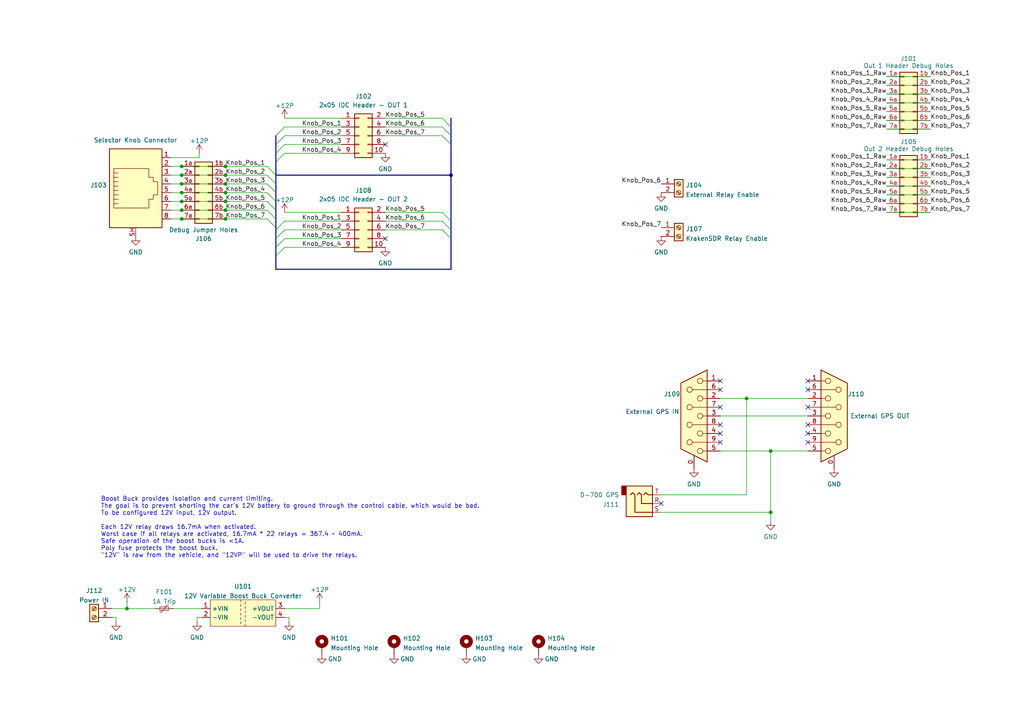
<source format=kicad_sch>
(kicad_sch (version 20211123) (generator eeschema)
  (paper "A4")
  (lib_symbols
    (symbol "Connector:AudioJack3"
      (property "Reference" "J" (at 0 8.89 0))
      (property "Value" "AudioJack3" (at 0 6.35 0))
      (symbol "AudioJack3_0_1"
        (rectangle (start -5.08 -5.08) (end -6.35 -2.54) (stroke (width 0.254)) (fill (type outline)))
        (polyline (pts (xy 0 -2.54) (xy 0.635 -3.175) (xy 1.27 -2.54) (xy 2.54 -2.54)) (stroke (width 0.254)))
        (polyline (pts (xy -1.905 -2.54) (xy -1.27 -3.175) (xy -0.635 -2.54) (xy -0.635 0) (xy 2.54 0)) (stroke (width 0.254)))
        (polyline (pts (xy 2.54 2.54) (xy -2.54 2.54) (xy -2.54 -2.54) (xy -3.175 -3.175) (xy -3.81 -2.54)) (stroke (width 0.254)))
        (rectangle (start 2.54 3.81) (end -5.08 -5.08) (stroke (width 0.254)) (fill (type background)))
      )
      (symbol "AudioJack3_1_1"
        (pin passive line (at 5.08 0 180) (length 2.54) (name "~") (number "R"))
        (pin passive line (at 5.08 2.54 180) (length 2.54) (name "~") (number "S"))
        (pin passive line (at 5.08 -2.54 180) (length 2.54) (name "~") (number "T"))
      )
    )
    (symbol "Connector:DB9_Female_MountingHoles" (pin_names (offset 1.016) hide)
      (property "Reference" "J" (at 0 16.51 0))
      (property "Value" "DB9_Female_MountingHoles" (at 0 14.605 0))
      (symbol "DB9_Female_MountingHoles_0_1"
        (circle (center -1.778 -10.16) (radius 0.762))
        (circle (center -1.778 -5.08) (radius 0.762))
        (circle (center -1.778 0) (radius 0.762))
        (circle (center -1.778 5.08) (radius 0.762))
        (circle (center -1.778 10.16) (radius 0.762))
        (polyline (pts (xy -3.81 -10.16) (xy -2.54 -10.16)))
        (polyline (pts (xy -3.81 -7.62) (xy 0.508 -7.62)))
        (polyline (pts (xy -3.81 -5.08) (xy -2.54 -5.08)))
        (polyline (pts (xy -3.81 -2.54) (xy 0.508 -2.54)))
        (polyline (pts (xy -3.81 0) (xy -2.54 0)))
        (polyline (pts (xy -3.81 2.54) (xy 0.508 2.54)))
        (polyline (pts (xy -3.81 5.08) (xy -2.54 5.08)))
        (polyline (pts (xy -3.81 7.62) (xy 0.508 7.62)))
        (polyline (pts (xy -3.81 10.16) (xy -2.54 10.16)))
        (polyline (pts (xy -3.81 13.335) (xy -3.81 -13.335) (xy 3.81 -9.525) (xy 3.81 9.525) (xy -3.81 13.335)) (stroke (width 0.254)) (fill (type background)))
        (circle (center 1.27 -7.62) (radius 0.762))
        (circle (center 1.27 -2.54) (radius 0.762))
        (circle (center 1.27 2.54) (radius 0.762))
        (circle (center 1.27 7.62) (radius 0.762))
      )
      (symbol "DB9_Female_MountingHoles_1_1"
        (pin passive line (at 0 -15.24 90) (length 3.81) (name "PAD") (number "0"))
        (pin passive line (at -7.62 10.16 0) (length 3.81) (name "1") (number "1"))
        (pin passive line (at -7.62 5.08 0) (length 3.81) (name "2") (number "2"))
        (pin passive line (at -7.62 0 0) (length 3.81) (name "3") (number "3"))
        (pin passive line (at -7.62 -5.08 0) (length 3.81) (name "4") (number "4"))
        (pin passive line (at -7.62 -10.16 0) (length 3.81) (name "5") (number "5"))
        (pin passive line (at -7.62 7.62 0) (length 3.81) (name "6") (number "6"))
        (pin passive line (at -7.62 2.54 0) (length 3.81) (name "7") (number "7"))
        (pin passive line (at -7.62 -2.54 0) (length 3.81) (name "8") (number "8"))
        (pin passive line (at -7.62 -7.62 0) (length 3.81) (name "9") (number "9"))
      )
    )
    (symbol "Connector:RJ32_Shielded" (pin_names (offset 1.016))
      (property "Reference" "J?" (at 0 16.6665 0))
      (property "Value" "Selector Knob Connector" (at 0 13.8914 0))
      (symbol "RJ32_Shielded_0_1"
        (polyline (pts (xy -5.08 4.445) (xy -6.35 4.445)))
        (polyline (pts (xy -5.08 5.715) (xy -6.35 5.715)))
        (polyline (pts (xy -6.35 -3.175) (xy -5.08 -3.175) (xy -5.08 -3.175)))
        (polyline (pts (xy -6.35 -1.905) (xy -5.08 -1.905) (xy -5.08 -1.905)))
        (polyline (pts (xy -6.35 -0.635) (xy -5.08 -0.635) (xy -5.08 -0.635)))
        (polyline (pts (xy -6.35 0.635) (xy -5.08 0.635) (xy -5.08 0.635)))
        (polyline (pts (xy -6.35 1.905) (xy -5.08 1.905) (xy -5.08 1.905)))
        (polyline (pts (xy -5.08 3.175) (xy -6.35 3.175) (xy -6.35 3.175)))
        (polyline (pts (xy -6.35 -4.445) (xy -6.35 6.985) (xy 3.81 6.985) (xy 3.81 4.445) (xy 5.08 4.445) (xy 5.08 3.175) (xy 6.35 3.175) (xy 6.35 -0.635) (xy 5.08 -0.635) (xy 5.08 -1.905) (xy 3.81 -1.905) (xy 3.81 -4.445) (xy -6.35 -4.445) (xy -6.35 -4.445)))
        (rectangle (start 7.62 12.7) (end -7.62 -10.16) (stroke (width 0.254)) (fill (type background)))
      )
      (symbol "RJ32_Shielded_1_1"
        (pin passive line (at 10.16 -7.62 180) (length 2.54) (name "~") (number "1"))
        (pin passive line (at 10.16 -5.08 180) (length 2.54) (name "~") (number "2"))
        (pin passive line (at 10.16 -2.54 180) (length 2.54) (name "~") (number "3"))
        (pin passive line (at 10.16 0 180) (length 2.54) (name "~") (number "4"))
        (pin passive line (at 10.16 2.54 180) (length 2.54) (name "~") (number "5"))
        (pin passive line (at 10.16 5.08 180) (length 2.54) (name "~") (number "6"))
        (pin passive line (at 10.16 7.62 180) (length 2.54) (name "~") (number "7"))
        (pin passive line (at 10.16 10.16 180) (length 2.54) (name "~") (number "8"))
        (pin passive line (at 0 15.24 270) (length 2.54) (name "~") (number "SH"))
      )
    )
    (symbol "Connector:Screw_Terminal_01x02" (pin_names (offset 1.016) hide)
      (property "Reference" "J" (at 0 2.54 0))
      (property "Value" "Screw_Terminal_01x02" (at 0 -5.08 0))
      (symbol "Screw_Terminal_01x02_1_1"
        (rectangle (start -1.27 1.27) (end 1.27 -3.81) (stroke (width 0.254)) (fill (type background)))
        (circle (center 0 -2.54) (radius 0.635) (stroke (width 0.1524)))
        (polyline (pts (xy -0.5334 -2.2098) (xy 0.3302 -3.048)) (stroke (width 0.1524)))
        (polyline (pts (xy -0.5334 0.3302) (xy 0.3302 -0.508)) (stroke (width 0.1524)))
        (polyline (pts (xy -0.3556 -2.032) (xy 0.508 -2.8702)) (stroke (width 0.1524)))
        (polyline (pts (xy -0.3556 0.508) (xy 0.508 -0.3302)) (stroke (width 0.1524)))
        (circle (center 0 0) (radius 0.635) (stroke (width 0.1524)))
        (pin passive line (at -5.08 0 0) (length 3.81) (name "Pin_1") (number "1"))
        (pin passive line (at -5.08 -2.54 0) (length 3.81) (name "Pin_2") (number "2"))
      )
    )
    (symbol "Connector_Generic:Conn_02x05_Odd_Even" (pin_names (offset 1.016) hide)
      (property "Reference" "J" (at 1.27 7.62 0))
      (property "Value" "Conn_02x05_Odd_Even" (at 1.27 -7.62 0))
      (symbol "Conn_02x05_Odd_Even_1_1"
        (rectangle (start -1.27 -4.953) (end 0 -5.207) (stroke (width 0.1524)))
        (rectangle (start -1.27 -2.413) (end 0 -2.667) (stroke (width 0.1524)))
        (rectangle (start -1.27 0.127) (end 0 -0.127) (stroke (width 0.1524)))
        (rectangle (start -1.27 2.667) (end 0 2.413) (stroke (width 0.1524)))
        (rectangle (start -1.27 5.207) (end 0 4.953) (stroke (width 0.1524)))
        (rectangle (start -1.27 6.35) (end 3.81 -6.35) (stroke (width 0.254)) (fill (type background)))
        (rectangle (start 3.81 -4.953) (end 2.54 -5.207) (stroke (width 0.1524)))
        (rectangle (start 3.81 -2.413) (end 2.54 -2.667) (stroke (width 0.1524)))
        (rectangle (start 3.81 0.127) (end 2.54 -0.127) (stroke (width 0.1524)))
        (rectangle (start 3.81 2.667) (end 2.54 2.413) (stroke (width 0.1524)))
        (rectangle (start 3.81 5.207) (end 2.54 4.953) (stroke (width 0.1524)))
        (pin passive line (at -5.08 5.08 0) (length 3.81) (name "Pin_1") (number "1"))
        (pin passive line (at 7.62 -5.08 180) (length 3.81) (name "Pin_10") (number "10"))
        (pin passive line (at 7.62 5.08 180) (length 3.81) (name "Pin_2") (number "2"))
        (pin passive line (at -5.08 2.54 0) (length 3.81) (name "Pin_3") (number "3"))
        (pin passive line (at 7.62 2.54 180) (length 3.81) (name "Pin_4") (number "4"))
        (pin passive line (at -5.08 0 0) (length 3.81) (name "Pin_5") (number "5"))
        (pin passive line (at 7.62 0 180) (length 3.81) (name "Pin_6") (number "6"))
        (pin passive line (at -5.08 -2.54 0) (length 3.81) (name "Pin_7") (number "7"))
        (pin passive line (at 7.62 -2.54 180) (length 3.81) (name "Pin_8") (number "8"))
        (pin passive line (at -5.08 -5.08 0) (length 3.81) (name "Pin_9") (number "9"))
      )
    )
    (symbol "Connector_Generic:Conn_02x07_Row_Letter_Last" (pin_names (offset 1.016) hide)
      (property "Reference" "J" (at 1.27 10.16 0))
      (property "Value" "Conn_02x07_Row_Letter_Last" (at 1.27 -10.16 0))
      (symbol "Conn_02x07_Row_Letter_Last_1_1"
        (rectangle (start -1.27 -7.493) (end 0 -7.747) (stroke (width 0.1524)))
        (rectangle (start -1.27 -4.953) (end 0 -5.207) (stroke (width 0.1524)))
        (rectangle (start -1.27 -2.413) (end 0 -2.667) (stroke (width 0.1524)))
        (rectangle (start -1.27 0.127) (end 0 -0.127) (stroke (width 0.1524)))
        (rectangle (start -1.27 2.667) (end 0 2.413) (stroke (width 0.1524)))
        (rectangle (start -1.27 5.207) (end 0 4.953) (stroke (width 0.1524)))
        (rectangle (start -1.27 7.747) (end 0 7.493) (stroke (width 0.1524)))
        (rectangle (start -1.27 8.89) (end 3.81 -8.89) (stroke (width 0.254)) (fill (type background)))
        (rectangle (start 3.81 -7.493) (end 2.54 -7.747) (stroke (width 0.1524)))
        (rectangle (start 3.81 -4.953) (end 2.54 -5.207) (stroke (width 0.1524)))
        (rectangle (start 3.81 -2.413) (end 2.54 -2.667) (stroke (width 0.1524)))
        (rectangle (start 3.81 0.127) (end 2.54 -0.127) (stroke (width 0.1524)))
        (rectangle (start 3.81 2.667) (end 2.54 2.413) (stroke (width 0.1524)))
        (rectangle (start 3.81 5.207) (end 2.54 4.953) (stroke (width 0.1524)))
        (rectangle (start 3.81 7.747) (end 2.54 7.493) (stroke (width 0.1524)))
        (pin passive line (at -5.08 7.62 0) (length 3.81) (name "Pin_1a") (number "1a"))
        (pin passive line (at 7.62 7.62 180) (length 3.81) (name "Pin_1b") (number "1b"))
        (pin passive line (at -5.08 5.08 0) (length 3.81) (name "Pin_2a") (number "2a"))
        (pin passive line (at 7.62 5.08 180) (length 3.81) (name "Pin_2b") (number "2b"))
        (pin passive line (at -5.08 2.54 0) (length 3.81) (name "Pin_3a") (number "3a"))
        (pin passive line (at 7.62 2.54 180) (length 3.81) (name "Pin_3b") (number "3b"))
        (pin passive line (at -5.08 0 0) (length 3.81) (name "Pin_4a") (number "4a"))
        (pin passive line (at 7.62 0 180) (length 3.81) (name "Pin_4b") (number "4b"))
        (pin passive line (at -5.08 -2.54 0) (length 3.81) (name "Pin_5a") (number "5a"))
        (pin passive line (at 7.62 -2.54 180) (length 3.81) (name "Pin_5b") (number "5b"))
        (pin passive line (at -5.08 -5.08 0) (length 3.81) (name "Pin_6a") (number "6a"))
        (pin passive line (at 7.62 -5.08 180) (length 3.81) (name "Pin_6b") (number "6b"))
        (pin passive line (at -5.08 -7.62 0) (length 3.81) (name "Pin_7a") (number "7a"))
        (pin passive line (at 7.62 -7.62 180) (length 3.81) (name "Pin_7b") (number "7b"))
      )
    )
    (symbol "Device:Polyfuse_Small" (pin_numbers hide) (pin_names (offset 0))
      (property "Reference" "F" (at -1.905 0 90))
      (property "Value" "Polyfuse_Small" (at 1.905 0 90))
      (symbol "Polyfuse_Small_0_1"
        (rectangle (start -0.508 1.27) (end 0.508 -1.27))
        (polyline (pts (xy 0 2.54) (xy 0 -2.54)))
        (polyline (pts (xy -1.016 1.27) (xy -1.016 0.762) (xy 1.016 -0.762) (xy 1.016 -1.27)))
      )
      (symbol "Polyfuse_Small_1_1"
        (pin passive line (at 0 2.54 270) (length 0.635) (name "~") (number "1"))
        (pin passive line (at 0 -2.54 90) (length 0.635) (name "~") (number "2"))
      )
    )
    (symbol "Mechanical:MountingHole_Pad" (pin_numbers hide) (pin_names (offset 1.016) hide)
      (property "Reference" "H" (at 0 6.35 0))
      (property "Value" "MountingHole_Pad" (at 0 4.445 0))
      (symbol "MountingHole_Pad_0_1"
        (circle (center 0 1.27) (radius 1.27) (stroke (width 1.27)))
      )
      (symbol "MountingHole_Pad_1_1"
        (pin input line (at 0 -2.54 90) (length 2.54) (name "1") (number "1"))
      )
    )
    (symbol "library_symbols:12V Variable Boost Buck Converter"
      (property "Reference" "U" (at 0 5.08 0))
      (property "Value" "12V Variable Boost Buck Converter" (at 0 2.54 0))
      (symbol "12V Variable Boost Buck Converter_0_1"
        (rectangle (start -9.525 0) (end 9.525 -7.62) (stroke (width 0.1524)) (fill (type background)))
        (polyline (pts (xy -0.635 -6.35) (xy -0.635 -6.985)) (stroke (width 0.1524)))
        (polyline (pts (xy -0.635 -5.08) (xy -0.635 -5.715)) (stroke (width 0.1524)))
        (polyline (pts (xy -0.635 -3.81) (xy -0.635 -4.445)) (stroke (width 0.1524)))
        (polyline (pts (xy -0.635 -2.54) (xy -0.635 -3.175)) (stroke (width 0.1524)))
        (polyline (pts (xy -0.635 -1.27) (xy -0.635 -1.905)) (stroke (width 0.1524)))
        (polyline (pts (xy -0.635 0) (xy -0.635 -0.635)) (stroke (width 0.1524)))
        (polyline (pts (xy 0.635 -6.985) (xy 0.635 -7.62)) (stroke (width 0.1524)))
        (polyline (pts (xy 0.635 -5.715) (xy 0.635 -6.35)) (stroke (width 0.1524)))
        (polyline (pts (xy 0.635 -4.445) (xy 0.635 -5.08)) (stroke (width 0.1524)))
        (polyline (pts (xy 0.635 -3.175) (xy 0.635 -3.81)) (stroke (width 0.1524)))
        (polyline (pts (xy 0.635 -1.905) (xy 0.635 -2.54)) (stroke (width 0.1524)))
        (polyline (pts (xy 0.635 -0.635) (xy 0.635 -1.27)) (stroke (width 0.1524)))
      )
      (symbol "12V Variable Boost Buck Converter_1_1"
        (pin input line (at -12.065 -2.54 0) (length 2.54) (name "+VIN") (number "1"))
        (pin input line (at -12.065 -5.08 0) (length 2.54) (name "-VIN") (number "2"))
        (pin output line (at 12.065 -2.54 180) (length 2.54) (name "+VOUT") (number "3"))
        (pin output line (at 12.065 -5.08 180) (length 2.54) (name "-VOUT") (number "4"))
      )
    )
    (symbol "power:+12P" (power) (pin_names (offset 0))
      (property "Value" "+12P" (at 0 3.556 0))
      (symbol "+12P_0_1"
        (polyline (pts (xy -0.762 1.27) (xy 0 2.54)))
        (polyline (pts (xy 0 0) (xy 0 2.54)))
        (polyline (pts (xy 0 2.54) (xy 0.762 1.27)))
      )
      (symbol "+12P_1_1"
        (pin power_in line (at 0 0 90) (length 0) hide (name "+12P") (number "1"))
      )
    )
    (symbol "power:+12V" (power) (pin_names (offset 0))
      (property "Value" "+12V" (at 0 3.556 0))
      (symbol "+12V_0_1"
        (polyline (pts (xy -0.762 1.27) (xy 0 2.54)))
        (polyline (pts (xy 0 0) (xy 0 2.54)))
        (polyline (pts (xy 0 2.54) (xy 0.762 1.27)))
      )
      (symbol "+12V_1_1"
        (pin power_in line (at 0 0 90) (length 0) hide (name "+12V") (number "1"))
      )
    )
    (symbol "power:GND" (power) (pin_names (offset 0))
      (property "Value" "GND" (at 0 -3.81 0))
      (symbol "GND_0_1"
        (polyline (pts (xy 0 0) (xy 0 -1.27) (xy 1.27 -1.27) (xy 0 -2.54) (xy -1.27 -1.27) (xy 0 -1.27)))
      )
      (symbol "GND_1_1"
        (pin power_in line (at 0 0 270) (length 0) hide (name "GND") (number "1"))
      )
    )
  )
  (bus_alias "TS-480_COM" (members "NC1" "RX" "TX" "DTR" "GND" "DSR" "RTS" "CTS" "NC2"))
  (bus_alias "D-700_COM" (members "NC1" "RX" "TX" "DTR" "GND" "DSR" "RTS" "CTS" "NC2"))
  (bus_alias "EXTERNAL_COM" (members "NC1" "RX" "TX" "DTR" "GND" "DSR" "RTS" "CTS" "NC2"))
  (junction (at 65.405 55.88))
  (junction (at 130.81 50.8))
  (junction (at 216.535 115.57))
  (junction (at 65.405 53.34))
  (junction (at 52.705 53.34))
  (junction (at 65.405 63.5))
  (junction (at 52.705 55.88))
  (junction (at 65.405 60.96))
  (junction (at 65.405 58.42))
  (junction (at 52.705 60.96))
  (junction (at 223.52 148.59))
  (junction (at 52.705 58.42))
  (junction (at 223.52 130.81))
  (junction (at 65.405 48.26))
  (junction (at 36.83 176.53))
  (junction (at 65.405 50.8))
  (junction (at 52.705 48.26))
  (junction (at 52.705 50.8))
  (junction (at 52.705 63.5))
  (no_connect (at 234.315 113.03))
  (no_connect (at 234.315 118.11))
  (no_connect (at 234.315 110.49))
  (no_connect (at 208.915 125.73))
  (no_connect (at 234.315 125.73))
  (no_connect (at 208.915 118.11))
  (no_connect (at 208.915 123.19))
  (no_connect (at 208.915 113.03))
  (no_connect (at 234.315 123.19))
  (no_connect (at 191.77 146.05))
  (no_connect (at 111.76 69.215))
  (no_connect (at 208.915 128.27))
  (no_connect (at 234.315 128.27))
  (no_connect (at 208.915 110.49))
  (no_connect (at 111.76 41.91))
  (bus_entry (at 77.47 58.42) (size 2.54 2.54))
  (bus_entry (at 82.55 71.755) (size -2.54 2.54))
  (bus_entry (at 77.47 55.88) (size 2.54 2.54))
  (bus_entry (at 128.27 64.135) (size 2.54 2.54))
  (bus_entry (at 128.27 39.37) (size 2.54 2.54))
  (bus_entry (at 82.55 41.91) (size -2.54 2.54))
  (bus_entry (at 82.55 36.83) (size -2.54 2.54))
  (bus_entry (at 77.47 48.26) (size 2.54 2.54))
  (bus_entry (at 128.27 36.83) (size 2.54 2.54))
  (bus_entry (at 128.27 34.29) (size 2.54 2.54))
  (bus_entry (at 128.27 66.675) (size 2.54 2.54))
  (bus_entry (at 82.55 44.45) (size -2.54 2.54))
  (bus_entry (at 128.27 61.595) (size 2.54 2.54))
  (bus_entry (at 82.55 66.675) (size -2.54 2.54))
  (bus_entry (at 77.47 63.5) (size 2.54 2.54))
  (bus_entry (at 82.55 69.215) (size -2.54 2.54))
  (bus_entry (at 82.55 39.37) (size -2.54 2.54))
  (bus_entry (at 77.47 60.96) (size 2.54 2.54))
  (bus_entry (at 77.47 53.34) (size 2.54 2.54))
  (bus_entry (at 77.47 50.8) (size 2.54 2.54))
  (bus_entry (at 82.55 64.135) (size -2.54 2.54))
  (wire (pts (xy 57.15 179.07) (xy 58.42 179.07)))
  (wire (pts (xy 82.55 39.37) (xy 99.06 39.37)))
  (wire (pts (xy 208.915 115.57) (xy 216.535 115.57)))
  (wire (pts (xy 49.53 45.72) (xy 57.785 45.72)))
  (wire (pts (xy 77.47 60.96) (xy 65.405 60.96)))
  (wire (pts (xy 82.55 66.675) (xy 99.06 66.675)))
  (wire (pts (xy 83.82 180.34) (xy 83.82 179.07)))
  (bus (pts (xy 80.01 78.105) (xy 80.01 74.295)))
  (bus (pts (xy 130.81 64.135) (xy 130.81 66.675)))
  (wire (pts (xy 77.47 48.26) (xy 65.405 48.26)))
  (wire (pts (xy 52.705 50.8) (xy 49.53 50.8)))
  (wire (pts (xy 52.705 58.42) (xy 49.53 58.42)))
  (bus (pts (xy 80.01 46.99) (xy 80.01 44.45)))
  (wire (pts (xy 257.175 51.435) (xy 269.875 51.435)))
  (wire (pts (xy 223.52 151.13) (xy 223.52 148.59)))
  (bus (pts (xy 80.01 46.99) (xy 80.01 50.8)))
  (bus (pts (xy 80.01 60.96) (xy 80.01 63.5)))
  (wire (pts (xy 257.175 48.895) (xy 269.875 48.895)))
  (wire (pts (xy 32.385 176.53) (xy 36.83 176.53)))
  (wire (pts (xy 128.27 64.135) (xy 111.76 64.135)))
  (wire (pts (xy 82.55 41.91) (xy 99.06 41.91)))
  (wire (pts (xy 257.175 46.355) (xy 269.875 46.355)))
  (wire (pts (xy 52.705 48.26) (xy 49.53 48.26)))
  (bus (pts (xy 80.01 71.755) (xy 80.01 69.215)))
  (wire (pts (xy 52.705 53.34) (xy 49.53 53.34)))
  (bus (pts (xy 80.01 44.45) (xy 80.01 41.91)))
  (wire (pts (xy 36.83 176.53) (xy 45.085 176.53)))
  (wire (pts (xy 77.47 50.8) (xy 65.405 50.8)))
  (bus (pts (xy 80.01 41.91) (xy 80.01 39.37)))
  (wire (pts (xy 52.705 58.42) (xy 65.405 58.42)))
  (wire (pts (xy 82.55 71.755) (xy 99.06 71.755)))
  (wire (pts (xy 82.55 34.29) (xy 99.06 34.29)))
  (bus (pts (xy 130.81 41.91) (xy 130.81 50.8)))
  (wire (pts (xy 128.27 36.83) (xy 111.76 36.83)))
  (wire (pts (xy 33.655 179.07) (xy 32.385 179.07)))
  (wire (pts (xy 52.705 53.34) (xy 65.405 53.34)))
  (wire (pts (xy 82.55 69.215) (xy 99.06 69.215)))
  (wire (pts (xy 128.27 39.37) (xy 111.76 39.37)))
  (wire (pts (xy 82.55 61.595) (xy 99.06 61.595)))
  (wire (pts (xy 223.52 148.59) (xy 223.52 130.81)))
  (bus (pts (xy 80.01 71.755) (xy 80.01 74.295)))
  (wire (pts (xy 52.705 48.26) (xy 65.405 48.26)))
  (wire (pts (xy 50.165 176.53) (xy 58.42 176.53)))
  (wire (pts (xy 257.175 53.975) (xy 269.875 53.975)))
  (wire (pts (xy 77.47 53.34) (xy 65.405 53.34)))
  (bus (pts (xy 80.01 58.42) (xy 80.01 60.96)))
  (wire (pts (xy 52.705 60.96) (xy 65.405 60.96)))
  (wire (pts (xy 257.175 22.225) (xy 269.875 22.225)))
  (wire (pts (xy 52.705 50.8) (xy 65.405 50.8)))
  (wire (pts (xy 36.83 174.625) (xy 36.83 176.53)))
  (wire (pts (xy 257.175 56.515) (xy 269.875 56.515)))
  (wire (pts (xy 57.785 44.45) (xy 57.785 45.72)))
  (bus (pts (xy 80.01 69.215) (xy 80.01 66.675)))
  (bus (pts (xy 80.01 66.04) (xy 80.01 66.675)))
  (bus (pts (xy 80.01 55.88) (xy 80.01 58.42)))
  (wire (pts (xy 216.535 115.57) (xy 234.315 115.57)))
  (bus (pts (xy 80.01 63.5) (xy 80.01 66.04)))
  (wire (pts (xy 57.15 180.34) (xy 57.15 179.07)))
  (wire (pts (xy 223.52 130.81) (xy 234.315 130.81)))
  (wire (pts (xy 257.175 34.925) (xy 269.875 34.925)))
  (wire (pts (xy 208.915 120.65) (xy 234.315 120.65)))
  (bus (pts (xy 80.01 78.105) (xy 130.81 78.105)))
  (bus (pts (xy 130.81 69.215) (xy 130.81 78.105)))
  (wire (pts (xy 77.47 63.5) (xy 65.405 63.5)))
  (wire (pts (xy 83.82 179.07) (xy 82.55 179.07)))
  (wire (pts (xy 128.27 34.29) (xy 111.76 34.29)))
  (wire (pts (xy 191.77 148.59) (xy 223.52 148.59)))
  (wire (pts (xy 52.705 55.88) (xy 65.405 55.88)))
  (wire (pts (xy 128.27 66.675) (xy 111.76 66.675)))
  (wire (pts (xy 191.77 143.51) (xy 216.535 143.51)))
  (bus (pts (xy 130.81 41.91) (xy 130.81 39.37)))
  (wire (pts (xy 257.175 27.305) (xy 269.875 27.305)))
  (wire (pts (xy 77.47 58.42) (xy 65.405 58.42)))
  (wire (pts (xy 52.705 60.96) (xy 49.53 60.96)))
  (bus (pts (xy 80.01 53.34) (xy 80.01 55.88)))
  (wire (pts (xy 257.175 59.055) (xy 269.875 59.055)))
  (wire (pts (xy 257.175 24.765) (xy 269.875 24.765)))
  (wire (pts (xy 128.27 61.595) (xy 111.76 61.595)))
  (wire (pts (xy 52.705 63.5) (xy 65.405 63.5)))
  (wire (pts (xy 52.705 63.5) (xy 49.53 63.5)))
  (wire (pts (xy 208.915 130.81) (xy 223.52 130.81)))
  (wire (pts (xy 82.55 64.135) (xy 99.06 64.135)))
  (wire (pts (xy 92.71 174.625) (xy 92.71 176.53)))
  (wire (pts (xy 82.55 36.83) (xy 99.06 36.83)))
  (wire (pts (xy 33.655 180.34) (xy 33.655 179.07)))
  (bus (pts (xy 80.01 50.8) (xy 80.01 53.34)))
  (wire (pts (xy 77.47 55.88) (xy 65.405 55.88)))
  (wire (pts (xy 82.55 44.45) (xy 99.06 44.45)))
  (wire (pts (xy 257.175 29.845) (xy 269.875 29.845)))
  (wire (pts (xy 257.175 32.385) (xy 269.875 32.385)))
  (bus (pts (xy 130.81 50.8) (xy 130.81 64.135)))
  (wire (pts (xy 257.175 61.595) (xy 269.875 61.595)))
  (wire (pts (xy 257.175 37.465) (xy 269.875 37.465)))
  (wire (pts (xy 52.705 55.88) (xy 49.53 55.88)))
  (bus (pts (xy 130.81 36.83) (xy 130.81 34.29)))
  (bus (pts (xy 130.81 39.37) (xy 130.81 36.83)))
  (bus (pts (xy 130.81 66.675) (xy 130.81 69.215)))
  (wire (pts (xy 216.535 143.51) (xy 216.535 115.57)))
  (wire (pts (xy 92.71 176.53) (xy 82.55 176.53)))
  (bus (pts (xy 80.01 50.8) (xy 130.81 50.8)))
  (text "Boost Buck provides isolation and current limiting.\nThe goal is to prevent shorting the car's 12V battery to ground through the control cable, which would be bad.\nTo be configured 12V input, 12V output.\n\nEach 12V relay draws 16.7mA when activated.\nWorst case if all relays are activated, 16.7mA * 22 relays = 367.4 ~ 400mA.\nSafe operation of the boost bucks is <1A.\nPoly fuse protects the boost buck.\n\"12V\" is raw from the vehicle, and \"12VP\" will be used to drive the relays." (at 29.21 161.925 0) (effects (font (size 1.27 1.27)) (justify left bottom)))
  (label "Knob_Pos_1_Raw" (at 257.175 22.225 180))
  (label "Knob_Pos_7_Raw" (at 257.175 37.465 180))
  (label "Knob_Pos_5" (at 111.76 34.29 0))
  (label "Knob_Pos_7" (at 111.76 39.37 0))
  (label "Knob_Pos_2_Raw" (at 257.175 48.895 180))
  (label "Knob_Pos_3" (at 99.06 41.91 180))
  (label "Knob_Pos_3" (at 269.875 51.435 0))
  (label "Knob_Pos_2" (at 99.06 66.675 180))
  (label "Knob_Pos_4" (at 269.875 29.845 0))
  (label "Knob_Pos_3_Raw" (at 257.175 27.305 180))
  (label "Knob_Pos_6" (at 191.77 53.34 180))
  (label "Knob_Pos_1" (at 99.06 64.135 180))
  (label "Knob_Pos_6_Raw" (at 257.175 34.925 180))
  (label "Knob_Pos_4" (at 65.405 55.88 0))
  (label "Knob_Pos_6" (at 111.76 36.83 0))
  (label "Knob_Pos_2" (at 99.06 39.37 180))
  (label "Knob_Pos_1" (at 269.875 46.355 0))
  (label "Knob_Pos_3" (at 99.06 69.215 180))
  (label "Knob_Pos_4_Raw" (at 257.175 29.845 180))
  (label "Knob_Pos_3" (at 269.875 27.305 0))
  (label "Knob_Pos_5_Raw" (at 257.175 32.385 180))
  (label "Knob_Pos_5" (at 111.76 61.595 0))
  (label "Knob_Pos_1" (at 99.06 36.83 180))
  (label "Knob_Pos_6_Raw" (at 257.175 59.055 180))
  (label "Knob_Pos_4" (at 99.06 44.45 180))
  (label "Knob_Pos_5" (at 65.405 58.42 0))
  (label "Knob_Pos_1_Raw" (at 257.175 46.355 180))
  (label "Knob_Pos_4" (at 99.06 71.755 180))
  (label "Knob_Pos_6" (at 269.875 59.055 0))
  (label "Knob_Pos_2" (at 269.875 24.765 0))
  (label "Knob_Pos_7" (at 191.77 66.04 180))
  (label "Knob_Pos_2_Raw" (at 257.175 24.765 180))
  (label "Knob_Pos_5" (at 269.875 56.515 0))
  (label "Knob_Pos_5" (at 269.875 32.385 0))
  (label "Knob_Pos_6" (at 111.76 64.135 0))
  (label "Knob_Pos_2" (at 269.875 48.895 0))
  (label "Knob_Pos_7" (at 269.875 37.465 0))
  (label "Knob_Pos_7" (at 269.875 61.595 0))
  (label "Knob_Pos_1" (at 269.875 22.225 0))
  (label "Knob_Pos_7" (at 65.405 63.5 0))
  (label "Knob_Pos_4" (at 269.875 53.975 0))
  (label "Knob_Pos_1" (at 65.405 48.26 0))
  (label "Knob_Pos_6" (at 65.405 60.96 0))
  (label "Knob_Pos_7" (at 111.76 66.675 0))
  (label "Knob_Pos_4_Raw" (at 257.175 53.975 180))
  (label "Knob_Pos_7_Raw" (at 257.175 61.595 180))
  (label "Knob_Pos_5_Raw" (at 257.175 56.515 180))
  (label "Knob_Pos_3" (at 65.405 53.34 0))
  (label "Knob_Pos_3_Raw" (at 257.175 51.435 180))
  (label "Knob_Pos_6" (at 269.875 34.925 0))
  (label "Knob_Pos_2" (at 65.405 50.8 0))
  (symbol (lib_id "power:GND") (at 57.15 180.34 0) (unit 1)
    (property "Reference" "#PWR0115" (effects hide))
    (property "Value" "GND" (at 57.15 184.9025 0))
  )
  (symbol (lib_id "power:GND") (at 111.76 71.755 0) (unit 1)
    (property "Reference" "#PWR0108" (effects hide))
    (property "Value" "GND" (at 111.76 76.3175 0))
  )
  (symbol (lib_id "power:GND") (at 201.295 135.89 0) (unit 1)
    (property "Reference" "#PWR0109" (effects hide))
    (property "Value" "GND" (at 201.295 140.4525 0))
  )
  (symbol (lib_id "power:GND") (at 93.345 189.865 0) (unit 1)
    (property "Reference" "#PWR0117" (effects hide))
    (property "Value" "GND" (at 97.155 191.135 0))
  )
  (symbol (lib_id "Mechanical:MountingHole_Pad") (at 135.255 187.325 0) (unit 1)
    (property "Reference" "H103" (at 137.795 185.1465 0) (effects (justify left)))
    (property "Value" "Mounting Hole" (at 137.795 187.9216 0) (effects (justify left)))
    (property "Footprint" "libraries:M3_Mounting" (effects hide))
  )
  (symbol (lib_id "Connector_Generic:Conn_02x05_Odd_Even") (at 104.14 66.675 0) (unit 1)
    (property "Reference" "J108" (at 105.41 55.245 0))
    (property "Value" "2x05 IDC Header - OUT 2" (at 105.41 57.785 0))
    (property "Footprint" "Connector_IDC:IDC-Header_2x05_P2.54mm_Vertical" (effects hide))
  )
  (symbol (lib_id "Connector_Generic:Conn_02x05_Odd_Even") (at 104.14 39.37 0) (unit 1)
    (property "Reference" "J102" (at 105.41 27.94 0))
    (property "Value" "2x05 IDC Header - OUT 1" (at 105.41 30.48 0))
    (property "Footprint" "Connector_IDC:IDC-Header_2x05_P2.54mm_Vertical" (effects hide))
  )
  (symbol (lib_id "power:GND") (at 241.935 135.89 0) (unit 1)
    (property "Reference" "#PWR0110" (effects hide))
    (property "Value" "GND" (at 241.935 140.4525 0))
  )
  (symbol (lib_id "Connector:DB9_Female_MountingHoles") (at 201.295 120.65 0) (mirror y) (unit 1)
    (property "Reference" "J109" (at 194.945 114.3 0))
    (property "Value" "External GPS IN" (at 189.23 119.38 0))
    (property "Footprint" "Connector_Dsub:DSUB-9_Male_Horizontal_P2.77x2.84mm_EdgePinOffset7.70mm_Housed_MountingHolesOffset9.12mm" (effects hide))
    (property "Datasheet" " ~" (effects hide))
  )
  (symbol (lib_id "Connector_Generic:Conn_02x07_Row_Letter_Last") (at 262.255 53.975 0) (unit 1)
    (property "Reference" "J105" (at 263.525 41.1185 0))
    (property "Value" "Out 2 Header Debug Holes" (at 263.525 43.18 0))
    (property "Footprint" "libraries:2x07_Debug_Holes" (effects hide))
  )
  (symbol (lib_id "power:GND") (at 156.21 189.865 0) (unit 1)
    (property "Reference" "#PWR0120" (effects hide))
    (property "Value" "GND" (at 160.02 191.135 0))
  )
  (symbol (lib_id "power:GND") (at 83.82 180.34 0) (unit 1)
    (property "Reference" "#PWR0116" (effects hide))
    (property "Value" "GND" (at 83.82 184.9025 0))
  )
  (symbol (lib_id "power:GND") (at 191.77 68.58 0) (unit 1)
    (property "Reference" "#PWR0107" (effects hide))
    (property "Value" "GND" (at 191.77 73.1425 0))
  )
  (symbol (lib_id "power:+12P") (at 57.785 44.45 0) (unit 1)
    (property "Reference" "#PWR0102" (effects hide))
    (property "Value" "+12P" (at 57.785 40.8455 0))
  )
  (symbol (lib_id "Connector:DB9_Female_MountingHoles") (at 241.935 120.65 0) (unit 1)
    (property "Reference" "J110" (at 248.285 114.3 0))
    (property "Value" "External GPS OUT" (at 255.27 120.65 0))
    (property "Footprint" "Connector_Dsub:DSUB-9_Male_Horizontal_P2.77x2.84mm_EdgePinOffset7.70mm_Housed_MountingHolesOffset9.12mm" (effects hide))
    (property "Datasheet" " ~" (effects hide))
  )
  (symbol (lib_id "Connector:RJ32_Shielded") (at 39.37 53.34 0) (mirror x) (unit 1)
    (property "Reference" "J103" (at 30.988 53.7015 0) (effects (justify right)))
    (property "Value" "Selector Knob Connector" (at 51.435 40.64 0) (effects (justify right)))
    (property "Footprint" "libraries:Mystery_RJ45" (effects hide))
  )
  (symbol (lib_id "Mechanical:MountingHole_Pad") (at 114.3 187.325 0) (unit 1)
    (property "Reference" "H102" (at 116.84 185.1465 0) (effects (justify left)))
    (property "Value" "Mounting Hole" (at 116.84 187.9216 0) (effects (justify left)))
    (property "Footprint" "libraries:M3_Mounting" (effects hide))
  )
  (symbol (lib_id "power:GND") (at 33.655 180.34 0) (mirror y) (unit 1)
    (property "Reference" "#PWR0114" (effects hide))
    (property "Value" "GND" (at 33.655 184.9025 0))
  )
  (symbol (lib_id "power:GND") (at 223.52 151.13 0) (unit 1)
    (property "Reference" "#PWR0111" (effects hide))
    (property "Value" "GND" (at 223.52 155.6925 0))
  )
  (symbol (lib_id "library_symbols:12V Variable Boost Buck Converter") (at 70.485 173.99 0) (unit 1)
    (property "Reference" "U101" (at 70.485 170.0743 0))
    (property "Value" "12V Variable Boost Buck Converter" (at 70.485 172.8494 0))
    (property "Footprint" "libraries:BoostBuck" (effects hide))
  )
  (symbol (lib_id "Connector:Screw_Terminal_01x02") (at 196.85 53.34 0) (unit 1)
    (property "Reference" "J104" (at 198.882 53.7015 0) (effects (justify left)))
    (property "Value" "External Relay Enable" (at 198.882 56.4766 0) (effects (justify left)))
    (property "Footprint" "TerminalBlock_Phoenix:TerminalBlock_Phoenix_MKDS-1,5-2_1x02_P5.00mm_Horizontal" (effects hide))
  )
  (symbol (lib_id "power:GND") (at 39.37 68.58 0) (unit 1)
    (property "Reference" "#PWR0106" (effects hide))
    (property "Value" "GND" (at 39.37 73.1425 0))
  )
  (symbol (lib_id "power:+12P") (at 92.71 174.625 0) (unit 1)
    (property "Reference" "#PWR0113" (effects hide))
    (property "Value" "+12P" (at 92.71 171.0205 0))
  )
  (symbol (lib_id "power:GND") (at 114.3 189.865 0) (unit 1)
    (property "Reference" "#PWR0118" (effects hide))
    (property "Value" "GND" (at 118.11 191.135 0))
  )
  (symbol (lib_id "Mechanical:MountingHole_Pad") (at 93.345 187.325 0) (unit 1)
    (property "Reference" "H101" (at 95.885 185.1465 0) (effects (justify left)))
    (property "Value" "Mounting Hole" (at 95.885 187.9216 0) (effects (justify left)))
    (property "Footprint" "libraries:M3_Mounting" (effects hide))
  )
  (symbol (lib_id "power:GND") (at 135.255 189.865 0) (unit 1)
    (property "Reference" "#PWR0119" (effects hide))
    (property "Value" "GND" (at 139.065 191.135 0))
  )
  (symbol (lib_id "Connector:Screw_Terminal_01x02") (at 27.305 176.53 0) (mirror y) (unit 1)
    (property "Reference" "J112" (at 27.305 171.2935 0))
    (property "Value" "Power IN" (at 27.305 174.0686 0))
    (property "Footprint" "TerminalBlock_Phoenix:TerminalBlock_Phoenix_MKDS-1,5-2_1x02_P5.00mm_Horizontal" (effects hide))
  )
  (symbol (lib_id "power:+12P") (at 82.55 34.29 0) (unit 1)
    (property "Reference" "#PWR0101" (effects hide))
    (property "Value" "+12P" (at 82.55 30.6855 0))
  )
  (symbol (lib_id "power:+12V") (at 36.83 174.625 0) (unit 1)
    (property "Reference" "#PWR0112" (effects hide))
    (property "Value" "+12V" (at 36.83 171.0205 0))
  )
  (symbol (lib_id "Mechanical:MountingHole_Pad") (at 156.21 187.325 0) (unit 1)
    (property "Reference" "H104" (at 158.75 185.1465 0) (effects (justify left)))
    (property "Value" "Mounting Hole" (at 158.75 187.9216 0) (effects (justify left)))
    (property "Footprint" "libraries:M3_Mounting" (effects hide))
  )
  (symbol (lib_id "Connector:AudioJack3") (at 186.69 146.05 0) (mirror x) (unit 1)
    (property "Reference" "J111" (at 179.578 146.3235 0) (effects (justify right)))
    (property "Value" "D-700 GPS" (at 179.578 143.5484 0) (effects (justify right)))
    (property "Footprint" "libraries:Mystery_3.5mm" (effects hide))
  )
  (symbol (lib_id "Connector_Generic:Conn_02x07_Row_Letter_Last") (at 262.255 29.845 0) (unit 1)
    (property "Reference" "J101" (at 263.525 16.9885 0))
    (property "Value" "Out 1 Header Debug Holes" (at 263.525 19.05 0))
    (property "Footprint" "libraries:2x07_Debug_Holes" (effects hide))
  )
  (symbol (lib_id "power:+12P") (at 82.55 61.595 0) (unit 1)
    (property "Reference" "#PWR0105" (effects hide))
    (property "Value" "+12P" (at 82.55 57.9905 0))
  )
  (symbol (lib_id "power:GND") (at 191.77 55.88 0) (unit 1)
    (property "Reference" "#PWR0104" (effects hide))
    (property "Value" "GND" (at 191.77 60.4425 0))
  )
  (symbol (lib_id "Connector:Screw_Terminal_01x02") (at 196.85 66.04 0) (unit 1)
    (property "Reference" "J107" (at 198.882 66.4015 0) (effects (justify left)))
    (property "Value" "KrakenSDR Relay Enable" (at 198.882 69.1766 0) (effects (justify left)))
    (property "Footprint" "TerminalBlock_Phoenix:TerminalBlock_Phoenix_MKDS-1,5-2_1x02_P5.00mm_Horizontal" (effects hide))
  )
  (symbol (lib_id "power:GND") (at 111.76 44.45 0) (unit 1)
    (property "Reference" "#PWR0103" (effects hide))
    (property "Value" "GND" (at 111.76 49.0125 0))
  )
  (symbol (lib_id "Device:Polyfuse_Small") (at 47.625 176.53 90) (unit 1)
    (property "Reference" "F101" (at 47.625 171.6745 90))
    (property "Value" "1A Trip" (at 47.625 174.4496 90))
    (property "Footprint" "Fuse:Fuse_Bourns_MF-RG300" (effects hide))
  )
  (symbol (lib_id "Connector_Generic:Conn_02x07_Row_Letter_Last") (at 57.785 55.88 0) (unit 1)
    (property "Reference" "J106" (at 59.055 69.215 0))
    (property "Value" "Debug Jumper Holes" (at 59.055 66.675 0))
    (property "Footprint" "libraries:2x07_Debug_Holes" (effects hide))
  )
)
</source>
